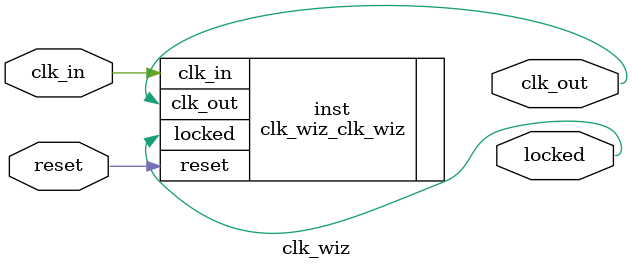
<source format=v>


`timescale 1ps/1ps

(* CORE_GENERATION_INFO = "clk_wiz,clk_wiz_v6_0_0_0,{component_name=clk_wiz,use_phase_alignment=true,use_min_o_jitter=false,use_max_i_jitter=false,use_dyn_phase_shift=false,use_inclk_switchover=false,use_dyn_reconfig=false,enable_axi=0,feedback_source=FDBK_AUTO,PRIMITIVE=MMCM,num_out_clk=1,clkin1_period=10.000,clkin2_period=10.000,use_power_down=false,use_reset=true,use_locked=true,use_inclk_stopped=false,feedback_type=SINGLE,CLOCK_MGR_TYPE=NA,manual_override=false}" *)

module clk_wiz 
 (
  // Clock out ports
  output        clk_out,
  // Status and control signals
  input         reset,
  output        locked,
 // Clock in ports
  input         clk_in
 );

  clk_wiz_clk_wiz inst
  (
  // Clock out ports  
  .clk_out(clk_out),
  // Status and control signals               
  .reset(reset), 
  .locked(locked),
 // Clock in ports
  .clk_in(clk_in)
  );

endmodule

</source>
